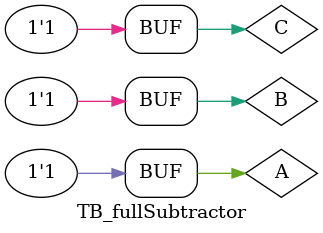
<source format=v>


module TB_fullSubtractor();
wire diff, borr; reg A, B, C;

//triggering Test Bench for Dataflow Modelling
exp_df trigger_dataflowModelling(diff, borr, A, B, C);

initial
begin
A = 1'b0; B = 1'b0; C = 1'b0;
#200;
A = 1'b0; B = 1'b0; C = 1'b1;
#200;
A = 1'b0; B = 1'b1; C = 1'b0;
#200;
A = 1'b0; B = 1'b1; C = 1'b1;
#200;
A = 1'b1; B = 1'b0; C = 1'b0;
#200;
A = 1'b1; B = 1'b0; C = 1'b1;
#200;
A = 1'b1; B = 1'b1; C = 1'b0;
#200;
A = 1'b1; B = 1'b1; C = 1'b1;
end
endmodule
</source>
